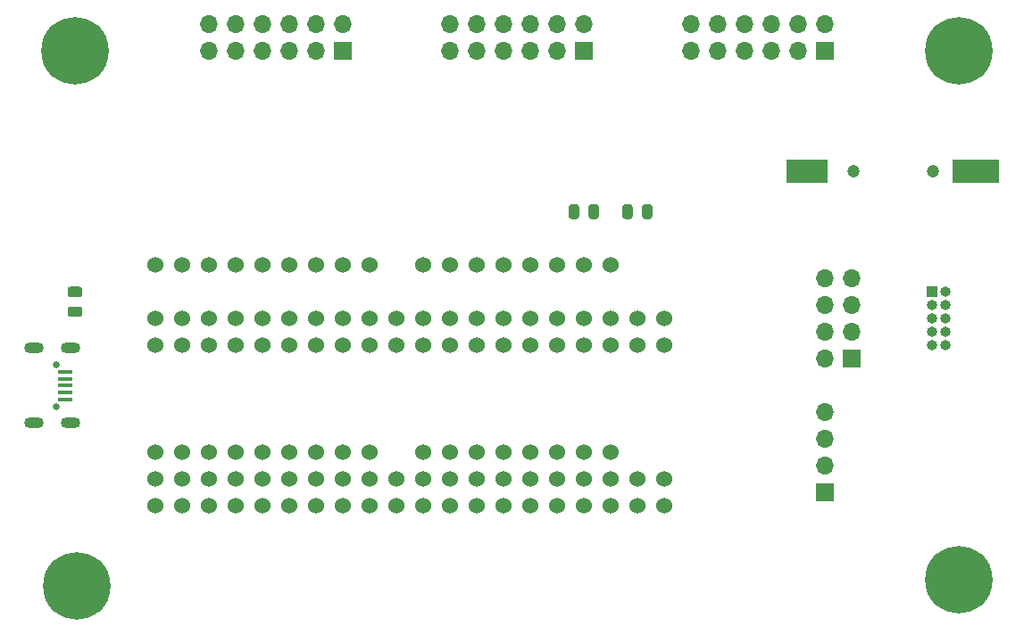
<source format=gbr>
%TF.GenerationSoftware,KiCad,Pcbnew,5.1.10*%
%TF.CreationDate,2021-09-24T20:41:10+02:00*%
%TF.ProjectId,ucdev_board,75636465-765f-4626-9f61-72642e6b6963,rev?*%
%TF.SameCoordinates,Original*%
%TF.FileFunction,Soldermask,Top*%
%TF.FilePolarity,Negative*%
%FSLAX46Y46*%
G04 Gerber Fmt 4.6, Leading zero omitted, Abs format (unit mm)*
G04 Created by KiCad (PCBNEW 5.1.10) date 2021-09-24 20:41:10*
%MOMM*%
%LPD*%
G01*
G04 APERTURE LIST*
%ADD10R,1.400000X0.400000*%
%ADD11C,0.650000*%
%ADD12O,1.850000X1.050000*%
%ADD13R,4.400000X2.300000*%
%ADD14R,4.000000X2.300000*%
%ADD15C,1.200000*%
%ADD16O,1.000000X1.000000*%
%ADD17R,1.000000X1.000000*%
%ADD18C,1.524000*%
%ADD19C,0.800000*%
%ADD20C,6.400000*%
%ADD21O,1.700000X1.700000*%
%ADD22R,1.700000X1.700000*%
G04 APERTURE END LIST*
D10*
%TO.C,J8*%
X57500000Y-60930000D03*
X57500000Y-63530000D03*
X57500000Y-62880000D03*
X57500000Y-61580000D03*
X57500000Y-62230000D03*
D11*
X56680000Y-60230000D03*
X56680000Y-64230000D03*
D12*
X58000000Y-65780000D03*
X58000000Y-58655000D03*
X54550000Y-58655000D03*
X54550000Y-65805000D03*
%TD*%
D13*
%TO.C,BT1*%
X143890000Y-41910000D03*
D14*
X127890000Y-41910000D03*
D15*
X139790000Y-41910000D03*
X132290000Y-41910000D03*
%TD*%
D16*
%TO.C,JTAG1*%
X140970000Y-58420000D03*
X139700000Y-58420000D03*
X140970000Y-57150000D03*
X139700000Y-57150000D03*
X140970000Y-55880000D03*
X139700000Y-55880000D03*
X140970000Y-54610000D03*
X139700000Y-54610000D03*
X140970000Y-53340000D03*
D17*
X139700000Y-53340000D03*
%TD*%
D18*
%TO.C,U2*%
X66040000Y-58420000D03*
X68580000Y-58420000D03*
X71120000Y-58420000D03*
X73660000Y-58420000D03*
X76200000Y-58420000D03*
X78740000Y-58420000D03*
X81280000Y-58420000D03*
X83820000Y-58420000D03*
X86360000Y-58420000D03*
X88900000Y-58420000D03*
X91440000Y-58420000D03*
X93980000Y-58420000D03*
X96520000Y-58420000D03*
X99060000Y-58420000D03*
X101600000Y-58420000D03*
X104140000Y-58420000D03*
X106680000Y-58420000D03*
X109220000Y-58420000D03*
X111760000Y-58420000D03*
X114300000Y-58420000D03*
X114300000Y-73660000D03*
X111760000Y-73660000D03*
X109220000Y-73660000D03*
X106680000Y-73660000D03*
X104140000Y-73660000D03*
X101600000Y-73660000D03*
X99060000Y-73660000D03*
X96520000Y-73660000D03*
X93980000Y-73660000D03*
X91440000Y-73660000D03*
X88900000Y-73660000D03*
X86360000Y-73660000D03*
X83820000Y-73660000D03*
X81280000Y-73660000D03*
X78740000Y-73660000D03*
X76200000Y-73660000D03*
X73660000Y-73660000D03*
X71120000Y-73660000D03*
X68580000Y-73660000D03*
X66040000Y-73660000D03*
%TD*%
D19*
%TO.C,H4*%
X143937056Y-78947944D03*
X142240000Y-78245000D03*
X140542944Y-78947944D03*
X139840000Y-80645000D03*
X140542944Y-82342056D03*
X142240000Y-83045000D03*
X143937056Y-82342056D03*
X144640000Y-80645000D03*
D20*
X142240000Y-80645000D03*
%TD*%
D19*
%TO.C,H3*%
X60257056Y-79582944D03*
X58560000Y-78880000D03*
X56862944Y-79582944D03*
X56160000Y-81280000D03*
X56862944Y-82977056D03*
X58560000Y-83680000D03*
X60257056Y-82977056D03*
X60960000Y-81280000D03*
D20*
X58560000Y-81280000D03*
%TD*%
D19*
%TO.C,H2*%
X143937056Y-28782944D03*
X142240000Y-28080000D03*
X140542944Y-28782944D03*
X139840000Y-30480000D03*
X140542944Y-32177056D03*
X142240000Y-32880000D03*
X143937056Y-32177056D03*
X144640000Y-30480000D03*
D20*
X142240000Y-30480000D03*
%TD*%
D19*
%TO.C,H1*%
X60117056Y-28782944D03*
X58420000Y-28080000D03*
X56722944Y-28782944D03*
X56020000Y-30480000D03*
X56722944Y-32177056D03*
X58420000Y-32880000D03*
X60117056Y-32177056D03*
X60820000Y-30480000D03*
D20*
X58420000Y-30480000D03*
%TD*%
%TO.C,D3*%
G36*
G01*
X112210000Y-46176250D02*
X112210000Y-45263750D01*
G75*
G02*
X112453750Y-45020000I243750J0D01*
G01*
X112941250Y-45020000D01*
G75*
G02*
X113185000Y-45263750I0J-243750D01*
G01*
X113185000Y-46176250D01*
G75*
G02*
X112941250Y-46420000I-243750J0D01*
G01*
X112453750Y-46420000D01*
G75*
G02*
X112210000Y-46176250I0J243750D01*
G01*
G37*
G36*
G01*
X110335000Y-46176250D02*
X110335000Y-45263750D01*
G75*
G02*
X110578750Y-45020000I243750J0D01*
G01*
X111066250Y-45020000D01*
G75*
G02*
X111310000Y-45263750I0J-243750D01*
G01*
X111310000Y-46176250D01*
G75*
G02*
X111066250Y-46420000I-243750J0D01*
G01*
X110578750Y-46420000D01*
G75*
G02*
X110335000Y-46176250I0J243750D01*
G01*
G37*
%TD*%
%TO.C,D2*%
G36*
G01*
X106230000Y-45263750D02*
X106230000Y-46176250D01*
G75*
G02*
X105986250Y-46420000I-243750J0D01*
G01*
X105498750Y-46420000D01*
G75*
G02*
X105255000Y-46176250I0J243750D01*
G01*
X105255000Y-45263750D01*
G75*
G02*
X105498750Y-45020000I243750J0D01*
G01*
X105986250Y-45020000D01*
G75*
G02*
X106230000Y-45263750I0J-243750D01*
G01*
G37*
G36*
G01*
X108105000Y-45263750D02*
X108105000Y-46176250D01*
G75*
G02*
X107861250Y-46420000I-243750J0D01*
G01*
X107373750Y-46420000D01*
G75*
G02*
X107130000Y-46176250I0J243750D01*
G01*
X107130000Y-45263750D01*
G75*
G02*
X107373750Y-45020000I243750J0D01*
G01*
X107861250Y-45020000D01*
G75*
G02*
X108105000Y-45263750I0J-243750D01*
G01*
G37*
%TD*%
%TO.C,D1*%
G36*
G01*
X57963750Y-54727500D02*
X58876250Y-54727500D01*
G75*
G02*
X59120000Y-54971250I0J-243750D01*
G01*
X59120000Y-55458750D01*
G75*
G02*
X58876250Y-55702500I-243750J0D01*
G01*
X57963750Y-55702500D01*
G75*
G02*
X57720000Y-55458750I0J243750D01*
G01*
X57720000Y-54971250D01*
G75*
G02*
X57963750Y-54727500I243750J0D01*
G01*
G37*
G36*
G01*
X57963750Y-52852500D02*
X58876250Y-52852500D01*
G75*
G02*
X59120000Y-53096250I0J-243750D01*
G01*
X59120000Y-53583750D01*
G75*
G02*
X58876250Y-53827500I-243750J0D01*
G01*
X57963750Y-53827500D01*
G75*
G02*
X57720000Y-53583750I0J243750D01*
G01*
X57720000Y-53096250D01*
G75*
G02*
X57963750Y-52852500I243750J0D01*
G01*
G37*
%TD*%
D21*
%TO.C,PMOD4*%
X116840000Y-27940000D03*
X116840000Y-30480000D03*
X119380000Y-27940000D03*
X119380000Y-30480000D03*
X121920000Y-27940000D03*
X121920000Y-30480000D03*
X124460000Y-27940000D03*
X124460000Y-30480000D03*
X127000000Y-27940000D03*
X127000000Y-30480000D03*
X129540000Y-27940000D03*
D22*
X129540000Y-30480000D03*
%TD*%
D21*
%TO.C,PMOD3*%
X93980000Y-27940000D03*
X93980000Y-30480000D03*
X96520000Y-27940000D03*
X96520000Y-30480000D03*
X99060000Y-27940000D03*
X99060000Y-30480000D03*
X101600000Y-27940000D03*
X101600000Y-30480000D03*
X104140000Y-27940000D03*
X104140000Y-30480000D03*
X106680000Y-27940000D03*
D22*
X106680000Y-30480000D03*
%TD*%
D21*
%TO.C,PMOD2*%
X71120000Y-27940000D03*
X71120000Y-30480000D03*
X73660000Y-27940000D03*
X73660000Y-30480000D03*
X76200000Y-27940000D03*
X76200000Y-30480000D03*
X78740000Y-27940000D03*
X78740000Y-30480000D03*
X81280000Y-27940000D03*
X81280000Y-30480000D03*
X83820000Y-27940000D03*
D22*
X83820000Y-30480000D03*
%TD*%
D21*
%TO.C,J3*%
X129540000Y-52070000D03*
X132080000Y-52070000D03*
X129540000Y-54610000D03*
X132080000Y-54610000D03*
X129540000Y-57150000D03*
X132080000Y-57150000D03*
X129540000Y-59690000D03*
D22*
X132080000Y-59690000D03*
%TD*%
D21*
%TO.C,J2*%
X129540000Y-64770000D03*
X129540000Y-67310000D03*
X129540000Y-69850000D03*
D22*
X129540000Y-72390000D03*
%TD*%
D18*
%TO.C,U3*%
X66040000Y-50800000D03*
X68580000Y-50800000D03*
X71120000Y-50800000D03*
X73660000Y-50800000D03*
X76200000Y-50800000D03*
X78740000Y-50800000D03*
X81280000Y-50800000D03*
X83820000Y-50800000D03*
X86360000Y-50800000D03*
X91440000Y-50800000D03*
X93980000Y-50800000D03*
X96520000Y-50800000D03*
X99060000Y-50800000D03*
X101600000Y-50800000D03*
X104140000Y-50800000D03*
X106680000Y-50800000D03*
X109220000Y-50800000D03*
X109220000Y-68580000D03*
X106680000Y-68580000D03*
X101600000Y-68580000D03*
X99060000Y-68580000D03*
X96520000Y-68580000D03*
X93980000Y-68580000D03*
X91440000Y-68580000D03*
X86360000Y-68580000D03*
X83820000Y-68580000D03*
X81280000Y-68580000D03*
X78740000Y-68580000D03*
X76200000Y-68580000D03*
X73660000Y-68580000D03*
X71120000Y-68580000D03*
X68580000Y-68580000D03*
X66040000Y-68580000D03*
X104140000Y-68580000D03*
%TD*%
%TO.C,U1*%
X66040000Y-55880000D03*
X68580000Y-55880000D03*
X71120000Y-55880000D03*
X73660000Y-55880000D03*
X76200000Y-55880000D03*
X78740000Y-55880000D03*
X81280000Y-55880000D03*
X83820000Y-55880000D03*
X86360000Y-55880000D03*
X88900000Y-55880000D03*
X91440000Y-55880000D03*
X93980000Y-55880000D03*
X96520000Y-55880000D03*
X99060000Y-55880000D03*
X101600000Y-55880000D03*
X104140000Y-55880000D03*
X106680000Y-55880000D03*
X109220000Y-55880000D03*
X111760000Y-55880000D03*
X114300000Y-55880000D03*
X114300000Y-71120000D03*
X111760000Y-71120000D03*
X109220000Y-71120000D03*
X106680000Y-71120000D03*
X104140000Y-71120000D03*
X101600000Y-71120000D03*
X99060000Y-71120000D03*
X96520000Y-71120000D03*
X93980000Y-71120000D03*
X91440000Y-71120000D03*
X88900000Y-71120000D03*
X86360000Y-71120000D03*
X83820000Y-71120000D03*
X81280000Y-71120000D03*
X78740000Y-71120000D03*
X76200000Y-71120000D03*
X73660000Y-71120000D03*
X71120000Y-71120000D03*
X68580000Y-71120000D03*
X66040000Y-71120000D03*
%TD*%
M02*

</source>
